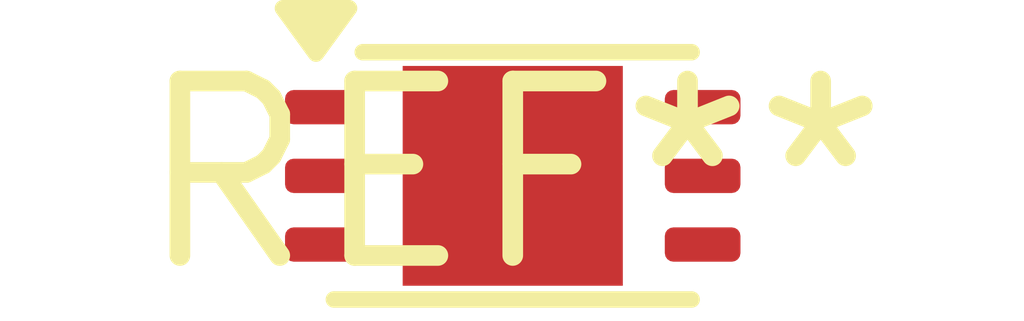
<source format=kicad_pcb>
(kicad_pcb (version 20240108) (generator pcbnew)
  (layers (0 "F.Cu" signal) (31 "B.Cu" signal) (34 "B.Paste" user) (35 "F.Paste" user) (36 "B.SilkS" user "B.Silkscreen") (37 "F.SilkS" user "F.Silkscreen") (38 "B.Mask" user) (39 "F.Mask" user) (44 "Edge.Cuts" user))
  (net 0 "")
  (footprint "HVSOF6" (layer "F.Cu") (at 0 0)
    (property "Reference" "REF**")
    (property "Value" "HVSOF6")
    (fp_line (start -1.3 0.9) (end 1.3 0.9) (layer "F.SilkS") (stroke (width 0.12)))
    (fp_line (start -1.09 -0.9) (end 1.3 -0.9) (layer "F.SilkS") (stroke (width 0.12)))
    (fp_poly (pts (xy -1.43 -0.89) (xy -1.19 -1.22) (xy -1.67 -1.22) (xy -1.43 -0.89)) (layer "F.SilkS") (stroke (width 0.12)) (fill solid))
    (pad "1" smd roundrect (at -1.38 -0.5 270) (size 0.25 0.55) (layers "F.Cu" "F.Paste" "F.Mask"))
    (pad "2" smd roundrect (at -1.38 0 270) (size 0.25 0.55) (layers "F.Cu" "F.Paste" "F.Mask"))
    (pad "3" smd roundrect (at -1.38 0.5 270) (size 0.25 0.55) (layers "F.Cu" "F.Paste" "F.Mask"))
    (pad "4" smd roundrect (at 1.38 0.5 270) (size 0.25 0.55) (layers "F.Cu" "F.Paste" "F.Mask"))
    (pad "5" smd roundrect (at 1.38 0 270) (size 0.25 0.55) (layers "F.Cu" "F.Paste" "F.Mask"))
    (pad "6" smd roundrect (at 1.38 -0.5 270) (size 0.25 0.55) (layers "F.Cu" "F.Paste" "F.Mask"))
    (pad "7" smd rect (at 0 0) (size 1.6 1.6) (layers "F.Cu" "F.Paste" "F.Mask"))
  )
)
</source>
